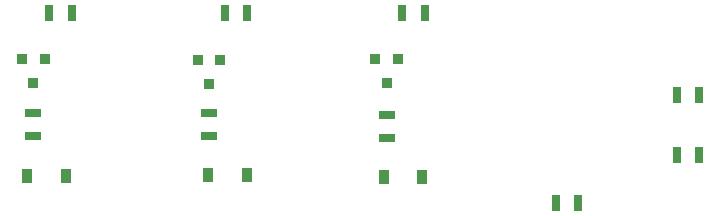
<source format=gbr>
G04 #@! TF.FileFunction,Paste,Top*
%FSLAX46Y46*%
G04 Gerber Fmt 4.6, Leading zero omitted, Abs format (unit mm)*
G04 Created by KiCad (PCBNEW 4.0.0-rc1-stable) date 05/10/2017 19:38:19*
%MOMM*%
G01*
G04 APERTURE LIST*
%ADD10C,0.100000*%
%ADD11R,0.960800X1.270800*%
%ADD12R,0.850800X0.950800*%
%ADD13R,0.750800X1.350800*%
%ADD14R,1.350800X0.750800*%
G04 APERTURE END LIST*
D10*
D11*
X57385000Y-99550000D03*
X54115000Y-99550000D03*
X72735000Y-99500000D03*
X69465000Y-99500000D03*
X87585000Y-99650000D03*
X84315000Y-99650000D03*
D12*
X55600000Y-89700000D03*
X53700000Y-89700000D03*
X54650000Y-91700000D03*
X70450000Y-89750000D03*
X68550000Y-89750000D03*
X69500000Y-91750000D03*
X85500000Y-89700000D03*
X83600000Y-89700000D03*
X84550000Y-91700000D03*
D13*
X55990000Y-85780000D03*
X57890000Y-85780000D03*
X70860000Y-85780000D03*
X72760000Y-85780000D03*
X85890000Y-85780000D03*
X87790000Y-85780000D03*
X111010000Y-97760000D03*
X109110000Y-97760000D03*
X98872000Y-101854000D03*
X100772000Y-101854000D03*
X111010000Y-92680000D03*
X109110000Y-92680000D03*
D14*
X54600000Y-96150000D03*
X54600000Y-94250000D03*
X69500000Y-96150000D03*
X69500000Y-94250000D03*
X84550000Y-96350000D03*
X84550000Y-94450000D03*
M02*

</source>
